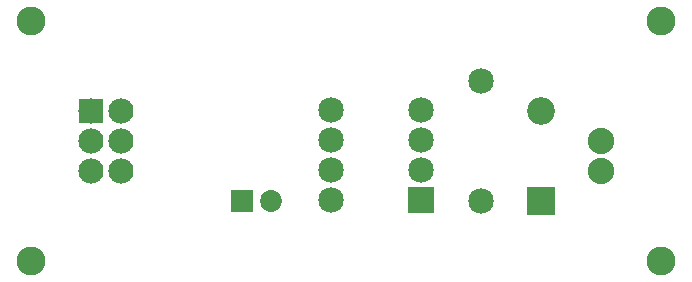
<source format=gbs>
G04 MADE WITH FRITZING*
G04 WWW.FRITZING.ORG*
G04 DOUBLE SIDED*
G04 HOLES PLATED*
G04 CONTOUR ON CENTER OF CONTOUR VECTOR*
%ASAXBY*%
%FSLAX23Y23*%
%MOIN*%
%OFA0B0*%
%SFA1.0B1.0*%
%ADD10C,0.085000*%
%ADD11C,0.092000*%
%ADD12C,0.072992*%
%ADD13C,0.088000*%
%ADD14C,0.096614*%
%ADD15C,0.084000*%
%ADD16R,0.092000X0.092000*%
%ADD17R,0.085000X0.085000*%
%ADD18R,0.072992X0.072992*%
%ADD19R,0.084000X0.084000*%
%LNMASK0*%
G90*
G70*
G54D10*
X1599Y303D03*
X1599Y703D03*
G54D11*
X1799Y303D03*
X1799Y601D03*
G54D10*
X1399Y305D03*
X1099Y305D03*
X1399Y405D03*
X1099Y405D03*
X1399Y505D03*
X1099Y505D03*
X1399Y605D03*
X1099Y605D03*
G54D12*
X801Y303D03*
X899Y303D03*
G54D13*
X1999Y503D03*
X1999Y403D03*
G54D14*
X2199Y903D03*
X99Y903D03*
X2199Y103D03*
X99Y103D03*
G54D15*
X399Y603D03*
X399Y503D03*
X399Y403D03*
X299Y603D03*
X299Y503D03*
X299Y403D03*
G54D16*
X1799Y302D03*
G54D17*
X1399Y305D03*
G54D18*
X801Y303D03*
G54D19*
X299Y603D03*
G04 End of Mask0*
M02*
</source>
